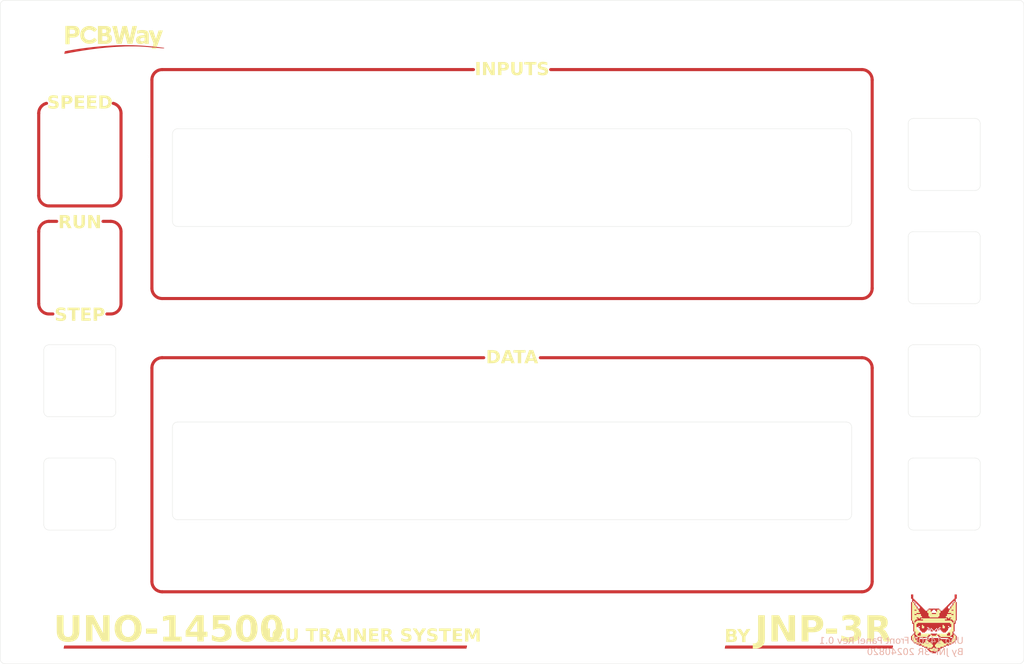
<source format=kicad_pcb>
(kicad_pcb (version 20240108) (generator "pcbnew") (generator_version "8.0")
  (layers (0 "F.Cu" signal) (31 "B.Cu" signal) (34 "B.Paste" user) (35 "F.Paste" user) (36 "B.SilkS" user "B.Silkscreen") (37 "F.SilkS" user "F.Silkscreen") (38 "B.Mask" user) (39 "F.Mask" user) (44 "Edge.Cuts" user))
  (net 0 "")
  (footprint "" (layer "F.Cu") (at 125.15 82.5)
    (property "Reference" "")
    (property "Value" "")
  )
  (footprint "" (layer "F.Cu") (at 141.75 139.5)
    (property "Reference" "")
    (property "Value" "")
  )
  (footprint "MountingHole:MountingHole_3mm" (layer "F.Cu") (at 57.5 37.5)
    (property "Reference" "REF**" (hide yes))
    (property "Value" "MountingHole_3mm" (hide yes))
  )
  (footprint "" (layer "F.Cu") (at 92.25 139.5)
    (property "Reference" "")
    (property "Value" "")
  )
  (footprint "" (layer "F.Cu") (at 207.75 139.5)
    (property "Reference" "")
    (property "Value" "")
  )
  (footprint "" (layer "F.Cu") (at 108.75 82.5)
    (property "Reference" "")
    (property "Value" "")
  )
  (footprint "" (layer "F.Cu") (at 141.75 49)
    (property "Reference" "")
    (property "Value" "")
  )
  (footprint "" (layer "F.Cu") (at 108.75 49)
    (property "Reference" "")
    (property "Value" "")
  )
  (footprint "" (layer "F.Cu") (at 158.25 82.5)
    (property "Reference" "")
    (property "Value" "")
  )
  (footprint "" (layer "F.Cu") (at 174.75 139.5)
    (property "Reference" "")
    (property "Value" "")
  )
  (footprint "" (layer "F.Cu") (at 207.75 82.5)
    (property "Reference" "")
    (property "Value" "")
  )
  (footprint "" (layer "F.Cu") (at 125.15 49)
    (property "Reference" "")
    (property "Value" "")
  )
  (footprint "" (layer "F.Cu") (at 158.25 49)
    (property "Reference" "")
    (property "Value" "")
  )
  (footprint "MountingHole:MountingHole_3mm" (layer "F.Cu") (at 57.5 152.5)
    (property "Reference" "REF**" (hide yes))
    (property "Value" "MountingHole_3mm" (hide yes))
  )
  (footprint "" (layer "F.Cu") (at 66 82.500001)
    (property "Reference" "")
    (property "Value" "")
  )
  (footprint "MountingHole:MountingHole_3mm" (layer "F.Cu") (at 242.5 152.5)
    (property "Reference" "REF**" (hide yes))
    (property "Value" "MountingHole_3mm" (hide yes))
  )
  (footprint "" (layer "F.Cu") (at 92.25 82.5)
    (property "Reference" "")
    (property "Value" "")
  )
  (footprint "" (layer "F.Cu") (at 125.15 139.5)
    (property "Reference" "")
    (property "Value" "")
  )
  (footprint "" (layer "F.Cu") (at 158.25 106)
    (property "Reference" "")
    (property "Value" "")
  )
  (footprint "" (layer "F.Cu") (at 191.25 82.5)
    (property "Reference" "")
    (property "Value" "")
  )
  (footprint "Logo:JNP-3R Logo" (layer "F.Cu") (at 232 153)
    (property "Reference" "G***" (hide yes))
    (property "Value" "LOGO" (hide yes))
  )
  (footprint "" (layer "F.Cu") (at 174.75 106)
    (property "Reference" "")
    (property "Value" "")
  )
  (footprint "MountingHole:MountingHole_3mm" (layer "F.Cu") (at 242.5 37.5)
    (property "Reference" "REF**" (hide yes))
    (property "Value" "MountingHole_3mm" (hide yes))
  )
  (footprint "" (layer "F.Cu") (at 125.15 106)
    (property "Reference" "")
    (property "Value" "")
  )
  (footprint "Logo:PCBway Logo" (layer "F.Cu") (at 72.5 38)
    (property "Reference" "G***" (hide yes))
    (property "Value" "LOGO" (hide yes))
  )
  (footprint "" (layer "F.Cu") (at 191.25 139.5)
    (property "Reference" "")
    (property "Value" "")
  )
  (footprint "" (layer "F.Cu") (at 191.25 49)
    (property "Reference" "")
    (property "Value" "")
  )
  (footprint "" (layer "F.Cu") (at 66 61.5)
    (property "Reference" "")
    (property "Value" "")
  )
  (footprint "" (layer "F.Cu") (at 174.75 49)
    (property "Reference" "")
    (property "Value" "")
  )
  (footprint "" (layer "F.Cu") (at 92.25 106)
    (property "Reference" "")
    (property "Value" "")
  )
  (footprint "" (layer "F.Cu") (at 191.25 106)
    (property "Reference" "")
    (property "Value" "")
  )
  (footprint "" (layer "F.Cu") (at 141.75 106)
    (property "Reference" "")
    (property "Value" "")
  )
  (footprint "" (layer "F.Cu") (at 174.75 82.5)
    (property "Reference" "")
    (property "Value" "")
  )
  (footprint "" (layer "F.Cu") (at 78 61.5)
    (property "Reference" "")
    (property "Value" "")
  )
  (footprint "" (layer "F.Cu") (at 207.75 49)
    (property "Reference" "")
    (property "Value" "")
  )
  (footprint "" (layer "F.Cu") (at 108.75 139.5)
    (property "Reference" "")
    (property "Value" "")
  )
  (footprint "" (layer "F.Cu") (at 141.75 82.5)
    (property "Reference" "")
    (property "Value" "")
  )
  (footprint "" (layer "F.Cu") (at 158.25 139.5)
    (property "Reference" "")
    (property "Value" "")
  )
  (footprint "" (layer "F.Cu") (at 207.75 106)
    (property "Reference" "")
    (property "Value" "")
  )
  (footprint "" (layer "F.Cu") (at 108.75 106)
    (property "Reference" "")
    (property "Value" "")
  )
  (footprint "" (layer "F.Cu") (at 92.25 49)
    (property "Reference" "")
    (property "Value" "")
  )
  (gr_arc (start 82 145.5) (mid 80.585786 144.914214) (end 80 143.5) (stroke (width 0.6)) (layer "F.Cu"))
  (gr_line (start 142.5 44) (end 82 43.999999) (stroke (width 0.6)) (layer "F.Cu"))
  (gr_arc (start 79.999999 46) (mid 80.585786 44.585786) (end 82 43.999999) (stroke (width 0.6)) (layer "F.Cu"))
  (gr_arc (start 220 86.5) (mid 219.414214 87.914214) (end 218 88.5) (stroke (width 0.6)) (layer "F.Cu"))
  (gr_line (start 218 145.5) (end 82 145.5) (stroke (width 0.6)) (layer "F.Cu"))
  (gr_poly (pts (xy 191.5 156) (xy 224 156) (xy 223.9 156.5) (xy 191.4 156.5)) (stroke (width 0.1)) (fill solid) (layer "F.Cu"))
  (gr_poly (pts (xy 63 156) (xy 141.2 156) (xy 141.1 156.5) (xy 62.9 156.5)) (stroke (width 0.1)) (fill solid) (layer "F.Cu"))
  (gr_arc (start 72 73.5) (mid 73.414214 74.085786) (end 74 75.5) (stroke (width 0.6)) (layer "F.Cu"))
  (gr_line (start 218 44.000001) (end 157.5 44) (stroke (width 0.6)) (layer "F.Cu"))
  (gr_arc (start 82 88.5) (mid 80.585786 87.914214) (end 80 86.5) (stroke (width 0.6)) (layer "F.Cu"))
  (gr_line (start 220 143.5) (end 220 102) (stroke (width 0.6)) (layer "F.Cu"))
  (gr_arc (start 74 89.5) (mid 73.414214 90.914214) (end 72 91.5) (stroke (width 0.6)) (layer "F.Cu"))
  (gr_line (start 74 52.5) (end 74 68.5) (stroke (width 0.6)) (layer "F.Cu"))
  (gr_arc (start 220 143.5) (mid 219.414214 144.914214) (end 218 145.5) (stroke (width 0.6)) (layer "F.Cu"))
  (gr_arc (start 60 70.5) (mid 58.585786 69.914214) (end 58 68.5) (stroke (width 0.6)) (layer "F.Cu"))
  (gr_arc (start 72.485071 50.559715) (mid 73.576411 51.269176) (end 74 52.5) (stroke (width 0.6)) (layer "F.Cu"))
  (gr_arc (start 79.999999 102) (mid 80.585786 100.585786) (end 82 99.999999) (stroke (width 0.6)) (layer "F.Cu"))
  (gr_arc (start 74 68.5) (mid 73.414214 69.914214) (end 72 70.5) (stroke (width 0.6)) (layer "F.Cu"))
  (gr_line (start 220 86.5) (end 220 46.000001) (stroke (width 0.6)) (layer "F.Cu"))
  (gr_line (start 218 88.5) (end 82 88.5) (stroke (width 0.6)) (layer "F.Cu"))
  (gr_line (start 58 89.5) (end 58 75.5) (stroke (width 0.6)) (layer "F.Cu"))
  (gr_line (start 80 86.5) (end 79.999999 46) (stroke (width 0.6)) (layer "F.Cu"))
  (gr_line (start 60 73.5) (end 61.5 73.5) (stroke (width 0.6)) (layer "F.Cu"))
  (gr_line (start 144.5 100) (end 82 99.999999) (stroke (width 0.6)) (layer "F.Cu"))
  (gr_line (start 72 70.5) (end 60 70.5) (stroke (width 0.6)) (layer "F.Cu"))
  (gr_line (start 60.75 91.5) (end 60 91.5) (stroke (width 0.6)) (layer "F.Cu"))
  (gr_arc (start 58 75.5) (mid 58.585786 74.085786) (end 60 73.5) (stroke (width 0.6)) (layer "F.Cu"))
  (gr_line (start 80 143.5) (end 79.999999 102) (stroke (width 0.6)) (layer "F.Cu"))
  (gr_line (start 218 100) (end 155.5 100) (stroke (width 0.6)) (layer "F.Cu"))
  (gr_arc (start 218 44.000001) (mid 219.414213 44.585787) (end 220 46.000001) (stroke (width 0.6)) (layer "F.Cu"))
  (gr_line (start 70.5 73.5) (end 72 73.5) (stroke (width 0.6)) (layer "F.Cu"))
  (gr_line (start 74 75.5) (end 74 89.5) (stroke (width 0.6)) (layer "F.Cu"))
  (gr_arc (start 60 91.5) (mid 58.585786 90.914214) (end 58 89.5) (stroke (width 0.6)) (layer "F.Cu"))
  (gr_arc (start 58 52.5) (mid 58.423589 51.269176) (end 59.514928 50.559715) (stroke (width 0.6)) (layer "F.Cu"))
  (gr_line (start 71.25 91.5) (end 72 91.5) (stroke (width 0.6)) (layer "F.Cu"))
  (gr_line (start 58 68.5) (end 58 52.5) (stroke (width 0.6)) (layer "F.Cu"))
  (gr_arc (start 218 100) (mid 219.414214 100.585786) (end 220 102) (stroke (width 0.6)) (layer "F.Cu"))
  (gr_line (start 215 131.5) (end 85 131.5) (stroke (width 0.05)) (layer "Edge.Cuts"))
  (gr_arc (start 85 74.5) (mid 84.292893 74.207107) (end 84 73.5) (stroke (width 0.05)) (layer "Edge.Cuts"))
  (gr_arc (start 73 110.5) (mid 72.707107 111.207107) (end 72 111.5) (stroke (width 0.05)) (layer "Edge.Cuts"))
  (gr_arc (start 241 110.5) (mid 240.707107 111.207107) (end 240 111.5) (stroke (width 0.05)) (layer "Edge.Cuts"))
  (gr_arc (start 228 111.5) (mid 227.292893 111.207107) (end 227 110.5) (stroke (width 0.05)) (layer "Edge.Cuts"))
  (gr_line (start 84 73.5) (end 84 56.5) (stroke (width 0.05)) (layer "Edge.Cuts"))
  (gr_arc (start 249.5 158.5) (mid 249.207107 159.207107) (end 248.5 159.5) (stroke (width 0.05)) (layer "Edge.Cuts"))
  (gr_arc (start 227 98.5) (mid 227.292893 97.792893) (end 228 97.5) (stroke (width 0.05)) (layer "Edge.Cuts"))
  (gr_arc (start 227 54.5) (mid 227.292893 53.792893) (end 228 53.5) (stroke (width 0.05)) (layer "Edge.Cuts"))
  (gr_arc (start 241 66.5) (mid 240.707107 67.207107) (end 240 67.5) (stroke (width 0.05)) (layer "Edge.Cuts"))
  (gr_arc (start 241 132.5) (mid 240.707107 133.207107) (end 240 133.5) (stroke (width 0.05)) (layer "Edge.Cuts"))
  (gr_arc (start 84 113.5) (mid 84.292893 112.792893) (end 85 112.5) (stroke (width 0.05)) (layer "Edge.Cuts"))
  (gr_line (start 85 112.5) (end 215 112.5) (stroke (width 0.05)) (layer "Edge.Cuts"))
  (gr_line (start 227 88.5) (end 227 76.5) (stroke (width 0.05)) (layer "Edge.Cuts"))
  (gr_line (start 228 75.5) (end 240 75.5) (stroke (width 0.05)) (layer "Edge.Cuts"))
  (gr_line (start 227 110.5) (end 227 98.5) (stroke (width 0.05)) (layer "Edge.Cuts"))
  (gr_line (start 227 132.5) (end 227 120.5) (stroke (width 0.05)) (layer "Edge.Cuts"))
  (gr_line (start 227 66.5) (end 227 54.5) (stroke (width 0.05)) (layer "Edge.Cuts"))
  (gr_arc (start 50.5 31.5) (mid 50.792893 30.792893) (end 51.5 30.5) (stroke (width 0.05)) (layer "Edge.Cuts"))
  (gr_arc (start 241 88.5) (mid 240.707107 89.207107) (end 240 89.5) (stroke (width 0.05)) (layer "Edge.Cuts"))
  (gr_arc (start 228 89.5) (mid 227.292893 89.207107) (end 227 88.5) (stroke (width 0.05)) (layer "Edge.Cuts"))
  (gr_arc (start 60 133.5) (mid 59.292893 133.207107) (end 59 132.5) (stroke (width 0.05)) (layer "Edge.Cuts"))
  (gr_arc (start 72 97.5) (mid 72.707107 97.792893) (end 73 98.5) (stroke (width 0.05)) (layer "Edge.Cuts"))
  (gr_arc (start 240 75.5) (mid 240.707107 75.792893) (end 241 76.5) (stroke (width 0.05)) (layer "Edge.Cuts"))
  (gr_arc (start 59 98.5) (mid 59.292893 97.792893) (end 60 97.5) (stroke (width 0.05)) (layer "Edge.Cuts"))
  (gr_line (start 84 130.5) (end 84 113.5) (stroke (width 0.05)) (layer "Edge.Cuts"))
  (gr_line (start 59 110.5) (end 59 98.5) (stroke (width 0.05)) (layer "Edge.Cuts"))
  (gr_arc (start 240 97.5) (mid 240.707107 97.792893) (end 241 98.5) (stroke (width 0.05)) (layer "Edge.Cuts"))
  (gr_line (start 241 98.5) (end 241 110.5) (stroke (width 0.05)) (layer "Edge.Cuts"))
  (gr_arc (start 73 132.5) (mid 72.707107 133.207107) (end 72 133.5) (stroke (width 0.05)) (layer "Edge.Cuts"))
  (gr_line (start 248.5 159.5) (end 51.5 159.5) (stroke (width 0.05)) (layer "Edge.Cuts"))
  (gr_arc (start 59 120.5) (mid 59.292893 119.792893) (end 60 119.5) (stroke (width 0.05)) (layer "Edge.Cuts"))
  (gr_line (start 241 54.5) (end 241 66.5) (stroke (width 0.05)) (layer "Edge.Cuts"))
  (gr_line (start 60 97.5) (end 72 97.5) (stroke (width 0.05)) (layer "Edge.Cuts"))
  (gr_line (start 85 55.5) (end 215 55.5) (stroke (width 0.05)) (layer "Edge.Cuts"))
  (gr_line (start 241 120.5) (end 241 132.5) (stroke (width 0.05)) (layer "Edge.Cuts"))
  (gr_line (start 73 98.5) (end 73 110.5) (stroke (width 0.05)) (layer "Edge.Cuts"))
  (gr_arc (start 85 131.5) (mid 84.292893 131.207107) (end 84 130.5) (stroke (width 0.05)) (layer "Edge.Cuts"))
  (gr_line (start 240 89.5) (end 228 89.5) (stroke (width 0.05)) (layer "Edge.Cuts"))
  (gr_arc (start 72 119.5) (mid 72.707107 119.792893) (end 73 120.5) (stroke (width 0.05)) (layer "Edge.Cuts"))
  (gr_line (start 215 74.5) (end 85 74.5) (stroke (width 0.05)) (layer "Edge.Cuts"))
  (gr_line (start 228 97.5) (end 240 97.5) (stroke (width 0.05)) (layer "Edge.Cuts"))
  (gr_arc (start 215 55.5) (mid 215.707107 55.792893) (end 216 56.5) (stroke (width 0.05)) (layer "Edge.Cuts"))
  (gr_line (start 50.5 158.5) (end 50.5 31.5) (stroke (width 0.05)) (layer "Edge.Cuts"))
  (gr_arc (start 227 120.5) (mid 227.292893 119.792893) (end 228 119.5) (stroke (width 0.05)) (layer "Edge.Cuts"))
  (gr_line (start 216 56.5) (end 216 73.5) (stroke (width 0.05)) (layer "Edge.Cuts"))
  (gr_line (start 228 53.5) (end 240 53.5) (stroke (width 0.05)) (layer "Edge.Cuts"))
  (gr_arc (start 227 76.5) (mid 227.292893 75.792893) (end 228 75.5) (stroke (width 0.05)) (layer "Edge.Cuts"))
  (gr_line (start 73 120.5) (end 73 132.5) (stroke (width 0.05)) (layer "Edge.Cuts"))
  (gr_line (start 72 133.5) (end 60 133.5) (stroke (width 0.05)) (layer "Edge.Cuts"))
  (gr_arc (start 240 119.5) (mid 240.707107 119.792893) (end 241 120.5) (stroke (width 0.05)) (layer "Edge.Cuts"))
  (gr_arc (start 228 67.5) (mid 227.292893 67.207107) (end 227 66.5) (stroke (width 0.05)) (layer "Edge.Cuts"))
  (gr_arc (start 51.5 159.5) (mid 50.792893 159.207107) (end 50.5 158.5) (stroke (width 0.05)) (layer "Edge.Cuts"))
  (gr_arc (start 216 130.5) (mid 215.707107 131.207107) (end 215 131.5) (stroke (width 0.05)) (layer "Edge.Cuts"))
  (gr_arc (start 240 53.5) (mid 240.707107 53.792893) (end 241 54.5) (stroke (width 0.05)) (layer "Edge.Cuts"))
  (gr_line (start 72 111.5) (end 60 111.5) (stroke (width 0.05)) (layer "Edge.Cuts"))
  (gr_line (start 51.5 30.5) (end 248.5 30.5) (stroke (width 0.05)) (layer "Edge.Cuts"))
  (gr_arc (start 228 133.5) (mid 227.292893 133.207107) (end 227 132.5) (stroke (width 0.05)) (layer "Edge.Cuts"))
  (gr_arc (start 215 112.5) (mid 215.707107 112.792893) (end 216 113.5) (stroke (width 0.05)) (layer "Edge.Cuts"))
  (gr_line (start 228 119.5) (end 240 119.5) (stroke (width 0.05)) (layer "Edge.Cuts"))
  (gr_line (start 241 76.5) (end 241 88.5) (stroke (width 0.05)) (layer "Edge.Cuts"))
  (gr_line (start 60 119.5) (end 72 119.5) (stroke (width 0.05)) (layer "Edge.Cuts"))
  (gr_arc (start 84 56.5) (mid 84.292893 55.792893) (end 85 55.5) (stroke (width 0.05)) (layer "Edge.Cuts"))
  (gr_arc (start 248.5 30.5) (mid 249.207107 30.792893) (end 249.5 31.5) (stroke (width 0.05)) (layer "Edge.Cuts"))
  (gr_line (start 59 132.5) (end 59 120.5) (stroke (width 0.05)) (layer "Edge.Cuts"))
  (gr_line (start 249.5 31.5) (end 249.5 158.5) (stroke (width 0.05)) (layer "Edge.Cuts"))
  (gr_line (start 240 133.5) (end 228 133.5) (stroke (width 0.05)) (layer "Edge.Cuts"))
  (gr_arc (start 216 73.5) (mid 215.707107 74.207107) (end 215 74.5) (stroke (width 0.05)) (layer "Edge.Cuts"))
  (gr_line (start 216 113.5) (end 216 130.5) (stroke (width 0.05)) (layer "Edge.Cuts"))
  (gr_line (start 240 67.5) (end 228 67.5) (stroke (width 0.05)) (layer "Edge.Cuts"))
  (gr_line (start 240 111.5) (end 228 111.5) (stroke (width 0.05)) (layer "Edge.Cuts"))
  (gr_arc (start 60 111.5) (mid 59.292893 111.207107) (end 59 110.5) (stroke (width 0.05)) (layer "Edge.Cuts"))
  (gr_text "Uno 14500 Front Panel Rev 0.1\nBy JNP-3R 20240820" (at 237.75 158 0) (layer "B.SilkS") (effects (font (size 1.3 1.3) (thickness 0.1875)) (justify left bottom mirror)))
  (gr_text "STEP" (at 66 93.25 0) (layer "F.SilkS") (effects (font (size 2.5 2.5) (thickness 0.2) (bold yes)) (justify bottom)))
  (gr_text "INPUTS" (at 150 45.5 0) (layer "F.SilkS") (effects (font (size 2.5 2.5) (thickness 0.2) (bold yes)) (justify bottom)))
  (gr_text "SPEED" (at 66 52 0) (layer "F.SilkS") (effects (font (size 2.5 2.5) (thickness 0.2) (bold yes)) (justify bottom)))
  (gr_text "JNP-3R" (at 210.5 156 0) (layer "F.SilkS") (effects (font (size 5 5) (thickness 0.6) (bold yes) (italic yes)) (justify bottom)))
  (gr_text "ICU TRAINER SYSTEM" (at 123 155.6 0) (layer "F.SilkS") (effects (font (size 2.5 2.5) (thickness 0.6) (bold yes) (italic yes)) (justify bottom)))
  (gr_text "BY" (at 193.8 155.7 0) (layer "F.SilkS") (effects (font (size 2.5 2.5) (thickness 0.6) (bold yes) (italic yes)) (justify bottom)))
  (gr_text "UNO-14500" (at 83.3 156 0) (layer "F.SilkS") (effects (font (size 5 5) (thickness 0.6) (bold yes) (italic yes)) (justify bottom)))
  (gr_text "RUN" (at 66 75.25 0) (layer "F.SilkS") (effects (font (size 2.5 2.5) (thickness 0.2) (bold yes)) (justify bottom)))
  (gr_text "DATA" (at 150 101.5 0) (layer "F.SilkS") (effects (font (size 2.5 2.5) (thickness 0.2) (bold yes)) (justify bottom)))
)
</source>
